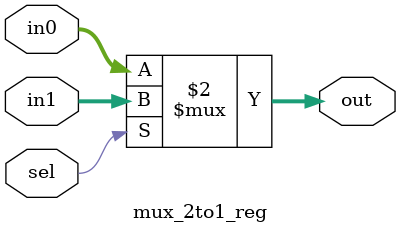
<source format=v>
`timescale 1ns / 1ps

module mux_2to1_reg

(
    in0,	//input 0
	in1,	//input 1
	out,	//output
	sel	//select
);

    //--------------------------
	// Parameters
	//--------------------------	
	parameter DWIDTH = 5;
    //--------------------------
	// Input Ports
	//--------------------------
	// < Enter Input Ports  >
    input 		[DWIDTH-1:0]		in0;
	input 		[DWIDTH-1:0]		in1;
	input 									sel;
	
    //--------------------------
    // Output Ports
    //--------------------------
    // < Enter Output Ports  >	
    output 	[DWIDTH-1:0] 		out; 
		
    //--------------------------
    // Bidirectional Ports
    //--------------------------
    // < Enter Bidirectional Ports in Alphabetical Order >
    // None
      
    ///////////////////////////////////////////////////////////////////
    // Begin Design
    ///////////////////////////////////////////////////////////////////
    //-------------------------------------------------
    // Signal Declarations: local params
    //-------------------------------------------------
   
    //-------------------------------------------------
    // Signal Declarations: reg
    //-------------------------------------------------    
    
    //-------------------------------------------------
    // Signal Declarations: wire
    //-------------------------------------------------
		
	//---------------------------------------------------------------
	// Instantiations
	//---------------------------------------------------------------
	// None

	//---------------------------------------------------------------
	// Combinatorial Logic
	//---------------------------------------------------------------
	assign out = (sel == 0) ? in0 : in1;
	
	//---------------------------------------------------------------
	// Sequential Logic
	//---------------------------------------------------------------
    
 endmodule  




</source>
